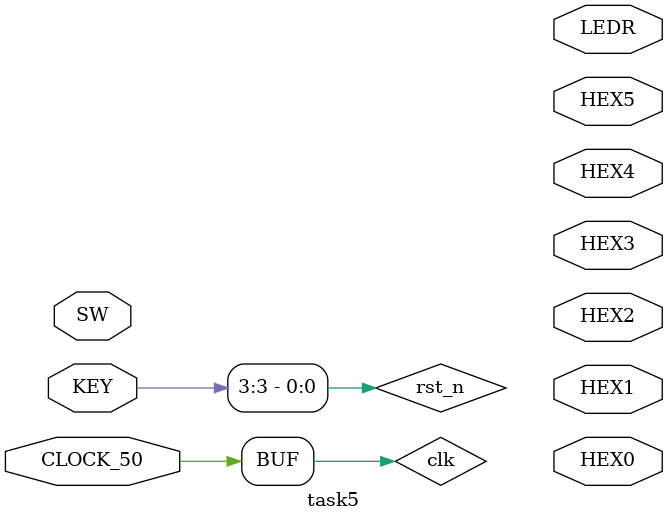
<source format=sv>
module task5 (
    input  logic       CLOCK_50,
    input  logic [3:0] KEY,
    input  logic [9:0] SW,
    output logic [6:0] HEX0,
    output logic [6:0] HEX1,
    output logic [6:0] HEX2,
    output logic [6:0] HEX3,
    output logic [6:0] HEX4,
    output logic [6:0] HEX5,
    output logic [9:0] LEDR
);
    logic [7:0] ct_addr, ct_wrdata, ct_rddata;
    logic ct_wren, en_doublecrack, rdy_doublecrack;
    logic [23:0] key;
    logic key_valid;

    typedef enum {
        DOUBLE_CRACK,
        WAIT_DOUBLE_CRACK,
        DONE
    } state_t;

    state_t state, next_state;

    logic clk;
    assign clk = CLOCK_50;

    logic rst_n;
    assign rst_n = KEY[3];

    always_ff @(posedge clk) begin
        if (!rst_n) state <= DOUBLE_CRACK;
        else state <= next_state;
    end

    always_comb begin
        en_doublecrack = 1'b0;
        next_state     = state;
        case (state)
            DOUBLE_CRACK: begin
                if (rdy_doublecrack) begin
                    en_doublecrack = 1'b1;
                    next_state     = WAIT_DOUBLE_CRACK;
                end
            end
            WAIT_DOUBLE_CRACK: if (rdy_doublecrack) next_state = DONE;
            DONE: en_doublecrack = 1'b0;
        endcase
    end


    ct_mem ct (
        .address(ct_addr),
        .clock(clk),
        .data(ct_wrdata),
        .wren(ct_wren),
        .q(ct_rddata)
    );

    doublecrack doublecrack (
        .clk,
        .rst_n,
        .en(en_doublecrack),
        .rdy(rdy_doublecrack),
        .key,
        .key_valid,
        .ct_addr,
        .ct_rddata
    );

endmodule

</source>
